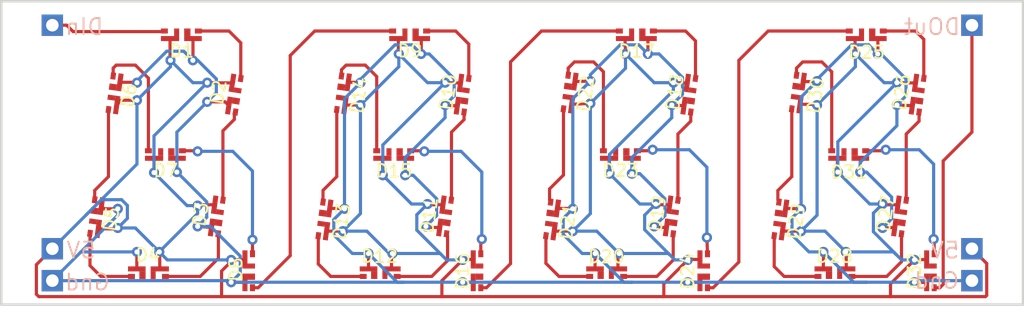
<source format=kicad_pcb>
(kicad_pcb (version 20240108) (generator "pcbnew") (generator_version "8.0")
  (layers (0 "F.Cu" signal) (31 "B.Cu" signal) (34 "B.Paste" user) (35 "F.Paste" user) (36 "B.SilkS" user "B.Silkscreen") (37 "F.SilkS" user "F.Silkscreen") (38 "B.Mask" user) (39 "F.Mask" user) (44 "Edge.Cuts" user))
  (net 0 "")
  (net 1 "GND")
  (net 2 "Net-(D1-DOUT)")
  (net 3 "unconnected-(D1-DIN-Pad3)")
  (net 4 "+5V")
  (net 5 "Net-(D2-DOUT)")
  (net 6 "Net-(D3-DOUT)")
  (net 7 "Net-(D4-DOUT)")
  (net 8 "Net-(D5-DOUT)")
  (net 9 "Net-(D6-DOUT)")
  (net 10 "Net-(D7-DOUT)")
  (net 11 "Net-(D8-DOUT)")
  (net 12 "Net-(D10-DIN)")
  (net 13 "Net-(D10-DOUT)")
  (net 14 "Net-(D11-DOUT)")
  (net 15 "Net-(D12-DOUT)")
  (net 16 "Net-(D13-DOUT)")
  (net 17 "Net-(D14-DOUT)")
  (net 18 "Net-(D15-DOUT)")
  (net 19 "Net-(D16-DOUT)")
  (net 20 "Net-(D17-DOUT)")
  (net 21 "Net-(D18-DOUT)")
  (net 22 "Net-(D19-DOUT)")
  (net 23 "Net-(D20-DOUT)")
  (net 24 "Net-(D21-DOUT)")
  (net 25 "Net-(D22-DOUT)")
  (net 26 "Net-(D23-DOUT)")
  (net 27 "Net-(D24-DOUT)")
  (net 28 "Net-(D25-DOUT)")
  (net 29 "Net-(D26-DOUT)")
  (net 30 "Net-(D27-DOUT)")
  (net 31 "Net-(D28-DOUT)")
  (net 32 "Net-(D29-DOUT)")
  (net 33 "Net-(D30-DOUT)")
  (net 34 "Net-(D31-DOUT)")
  (net 35 "unconnected-(D32-DOUT-Pad2)")
  (footprint "Custom Footprint Library:SK6812-EC3210F" (layer "F.Cu") (at 115.316 82.169 82)
    (property "Reference" "D11")
    (property "Value" "SK6812-EC3210F" (hide yes))
  )
  (footprint "Custom Footprint Library:SK6812-EC3210F" (layer "F.Cu") (at 111.252 77.216 180)
    (property "Reference" "D15")
    (property "Value" "SK6812-EC3210F" (hide yes))
  )
  (footprint "Custom Footprint Library:SK6812-EC3210F" (layer "F.Cu") (at 135.89 86.487 90)
    (property "Reference" "D24")
    (property "Value" "SK6812-EC3210F" (hide yes))
  )
  (footprint "Custom Footprint Library:SK6812-EC3210F" (layer "F.Cu") (at 146.304 86.614)
    (property "Reference" "D28")
    (property "Value" "SK6812-EC3210F" (hide yes))
  )
  (footprint "Custom Footprint Library:SK6812-EC3210F" (layer "F.Cu") (at 123.825 82.354 -98)
    (property "Reference" "D21")
    (property "Value" "SK6812-EC3210F" (hide yes))
  )
  (footprint "" (layer "F.Cu") (at 157.226 84.709)
    (property "Reference" "")
    (property "Value" "")
  )
  (footprint "Custom Footprint Library:SK6812-EC3210F" (layer "F.Cu") (at 147.447 77.216 180)
    (property "Reference" "D31")
    (property "Value" "SK6812-EC3210F" (hide yes))
  )
  (footprint "Custom Footprint Library:SK6812-EC3210F" (layer "F.Cu") (at 143.383 72.263 -98)
    (property "Reference" "D30")
    (property "Value" "SK6812-EC3210F" (hide yes))
  )
  (footprint "Custom Footprint Library:SK6812-EC3210F" (layer "F.Cu") (at 99.695 86.487 90)
    (property "Reference" "D8")
    (property "Value" "SK6812-EC3210F" (hide yes))
  )
  (footprint "Custom Footprint Library:SK6812-EC3210F" (layer "F.Cu") (at 89.027 72.321 -98)
    (property "Reference" "D6")
    (property "Value" "SK6812-EC3210F" (hide yes))
  )
  (footprint "Custom Footprint Library:SK6812-EC3210F" (layer "F.Cu") (at 93.091 77.216 180)
    (property "Reference" "D7")
    (property "Value" "SK6812-EC3210F" (hide yes))
  )
  (footprint "Custom Footprint Library:SK6812-EC3210F" (layer "F.Cu") (at 97.155 82.169 82)
    (property "Reference" "D3")
    (property "Value" "SK6812-EC3210F" (hide yes))
  )
  (footprint "" (layer "F.Cu") (at 157.226 66.929)
    (property "Reference" "")
    (property "Value" "")
  )
  (footprint "" (layer "F.Cu") (at 157.226 87.249)
    (property "Reference" "")
    (property "Value" "")
  )
  (footprint "Custom Footprint Library:SK6812-EC3210F" (layer "F.Cu") (at 87.557 82.169 -98)
    (property "Reference" "D5")
    (property "Value" "SK6812-EC3210F" (hide yes))
  )
  (footprint "" (layer "F.Cu") (at 84.074 66.929)
    (property "Reference" "")
    (property "Value" "")
  )
  (footprint "Custom Footprint Library:SK6812-EC3210F" (layer "F.Cu") (at 116.713 72.481 82)
    (property "Reference" "D10")
    (property "Value" "SK6812-EC3210F" (hide yes))
  )
  (footprint "Custom Footprint Library:SK6812-EC3210F" (layer "F.Cu") (at 152.908 72.481 82)
    (property "Reference" "D26")
    (property "Value" "SK6812-EC3210F" (hide yes))
  )
  (footprint "Custom Footprint Library:SK6812-EC3210F" (layer "F.Cu") (at 129.286 77.216 180)
    (property "Reference" "D23")
    (property "Value" "SK6812-EC3210F" (hide yes))
  )
  (footprint "Custom Footprint Library:SK6812-EC3210F" (layer "F.Cu") (at 91.694 86.614)
    (property "Reference" "D4")
    (property "Value" "SK6812-EC3210F" (hide yes))
  )
  (footprint "Custom Footprint Library:SK6812-EC3210F" (layer "F.Cu") (at 134.747 72.481 82)
    (property "Reference" "D18")
    (property "Value" "SK6812-EC3210F" (hide yes))
  )
  (footprint "Custom Footprint Library:SK6812-EC3210F" (layer "F.Cu") (at 117.856 86.487 90)
    (property "Reference" "D16")
    (property "Value" "SK6812-EC3210F" (hide yes))
  )
  (footprint "Custom Footprint Library:SK6812-EC3210F" (layer "F.Cu") (at 110.128 86.614)
    (property "Reference" "D12")
    (property "Value" "SK6812-EC3210F" (hide yes))
  )
  (footprint "Custom Footprint Library:SK6812-EC3210F" (layer "F.Cu") (at 98.552 72.481 81)
    (property "Reference" "D2")
    (property "Value" "SK6812-EC3210F" (hide yes))
  )
  (footprint "Custom Footprint Library:SK6812-EC3210F" (layer "F.Cu") (at 125.222 72.263 -98)
    (property "Reference" "D22")
    (property "Value" "SK6812-EC3210F" (hide yes))
  )
  (footprint "Custom Footprint Library:SK6812-EC3210F" (layer "F.Cu") (at 112.522 67.691 180)
    (property "Reference" "D9")
    (property "Value" "SK6812-EC3210F" (hide yes))
  )
  (footprint "Custom Footprint Library:SK6812-EC3210F" (layer "F.Cu") (at 151.511 82.169 82)
    (property "Reference" "D27")
    (property "Value" "SK6812-EC3210F" (hide yes))
  )
  (footprint "Custom Footprint Library:SK6812-EC3210F" (layer "F.Cu") (at 107.188 72.321 -98)
    (property "Reference" "D14")
    (property "Value" "SK6812-EC3210F" (hide yes))
  )
  (footprint "Custom Footprint Library:SK6812-EC3210F" (layer "F.Cu") (at 141.986 82.354 -98)
    (property "Reference" "D29")
    (property "Value" "SK6812-EC3210F" (hide yes))
  )
  (footprint "Custom Footprint Library:SK6812-EC3210F" (layer "F.Cu") (at 130.556 67.691 180)
    (property "Reference" "D17")
    (property "Value" "SK6812-EC3210F" (hide yes))
  )
  (footprint "Custom Footprint Library:SK6812-EC3210F" (layer "F.Cu") (at 148.844 67.691 180)
    (property "Reference" "D25")
    (property "Value" "SK6812-EC3210F" (hide yes))
  )
  (footprint "Custom Footprint Library:SK6812-EC3210F" (layer "F.Cu") (at 133.35 82.169 82)
    (property "Reference" "D19")
    (property "Value" "SK6812-EC3210F" (hide yes))
  )
  (footprint "Custom Footprint Library:SK6812-EC3210F" (layer "F.Cu") (at 105.718 82.354 -98)
    (property "Reference" "D13")
    (property "Value" "SK6812-EC3210F" (hide yes))
  )
  (footprint "Custom Footprint Library:SK6812-EC3210F" (layer "F.Cu") (at 128.143 86.614)
    (property "Reference" "D20")
    (property "Value" "SK6812-EC3210F" (hide yes))
  )
  (footprint "Custom Footprint Library:SK6812-EC3210F" (layer "F.Cu") (at 153.924 86.487 90)
    (property "Reference" "D32")
    (property "Value" "SK6812-EC3210F" (hide yes))
  )
  (footprint "Custom Footprint Library:SK6812-EC3210F" (layer "F.Cu") (at 94.361 67.691 180)
    (property "Reference" "D1")
    (property "Value" "SK6812-EC3210F" (hide yes))
  )
  (footprint "" (layer "B.Cu") (at 84.074 87.249 180)
    (property "Reference" "Gnd")
    (property "Value" "")
  )
  (footprint "" (layer "B.Cu") (at 84.074 84.709 180)
    (property "Reference" "5V")
    (property "Value" "")
  )
  (gr_rect (start 80.01 65.024) (end 161.29 89.154) (stroke (width 0.2)) (fill none) (layer "Edge.Cuts"))
  (gr_text "5V" (at 155.067 84.836 0) (layer "B.SilkS") (effects (font (size 1.27 1.27)) (justify mirror)))
  (gr_text "Gnd" (at 154.432 87.249 0) (layer "B.SilkS") (effects (font (size 1.27 1.27)) (justify mirror)))
  (gr_text "DIn" (at 86.614 67.056 0) (layer "B.SilkS") (effects (font (size 1.27 1.27)) (justify mirror)))
  (gr_text "DOut" (at 154.051 67.056 0) (layer "B.SilkS") (effects (font (size 1.27 1.27)) (justify mirror)))
  (segment (start 114.893664 83.018489) (end 113.879489 83.018489) (width 0.25) (layer "F.Cu") (net 1))
  (segment (start 125.446511 81.504511) (end 125.476 81.534) (width 0.25) (layer "F.Cu") (net 1))
  (segment (start 149.744 67.991) (end 149.744 69.204) (width 0.25) (layer "F.Cu") (net 1))
  (segment (start 134.62 87.376) (end 134.631 87.387) (width 0.25) (layer "F.Cu") (net 1))
  (segment (start 108.585 71.501) (end 108.458 71.501) (width 0.25) (layer "F.Cu") (net 1))
  (segment (start 143.805336 71.413511) (end 144.867489 71.413511) (width 0.25) (layer "F.Cu") (net 1))
  (segment (start 124.247336 81.504511) (end 125.446511 81.504511) (width 0.25) (layer "F.Cu") (net 1))
  (segment (start 130.186 78.729) (end 130.175 78.74) (width 0.25) (layer "F.Cu") (net 1))
  (segment (start 90.834489 71.471511) (end 90.902511 71.471511) (width 0.25) (layer "F.Cu") (net 1))
  (segment (start 106.140336 81.504511) (end 107.285511 81.504511) (width 0.25) (layer "F.Cu") (net 1))
  (segment (start 117.556 87.387) (end 116.713 87.376) (width 0.25) (layer "F.Cu") (net 1))
  (segment (start 90.805 71.501) (end 90.834489 71.471511) (width 0.25) (layer "F.Cu") (net 1))
  (segment (start 112.152 77.516) (end 112.152 78.856) (width 0.25) (layer "F.Cu") (net 1))
  (segment (start 145.404 86.314) (end 145.415 84.963) (width 0.25) (layer "F.Cu") (net 1))
  (segment (start 148.336 78.613) (end 148.347 78.602) (width 0.25) (layer "F.Cu") (net 1))
  (segment (start 148.347 77.516) (end 148.336 78.613) (width 0.25) (layer "F.Cu") (net 1))
  (segment (start 95.261 69.712) (end 95.25 69.723) (width 0.25) (layer "F.Cu") (net 1))
  (segment (start 107.610336 71.471511) (end 108.428511 71.471511) (width 0.25) (layer "F.Cu") (net 1))
  (segment (start 88.193825 81.534) (end 89.281 81.534) (width 0.25) (layer "F.Cu") (net 1))
  (segment (start 113.879489 83.018489) (end 113.792 82.931) (width 0.25) (layer "F.Cu") (net 1))
  (segment (start 90.775511 71.471511) (end 90.805 71.501) (width 0.25) (layer "F.Cu") (net 1))
  (segment (start 145.415 84.963) (end 145.404 84.974) (width 0.25) (layer "F.Cu") (net 1))
  (segment (start 132.040489 83.018489) (end 131.953 82.931) (width 0.25) (layer "F.Cu") (net 1))
  (segment (start 99.395 87.387) (end 98.298 87.376) (width 0.25) (layer "F.Cu") (net 1))
  (segment (start 107.285511 81.504511) (end 107.315 81.534) (width 0.25) (layer "F.Cu") (net 1))
  (segment (start 113.422 69.204) (end 113.411 69.215) (width 0.25) (layer "F.Cu") (net 1))
  (segment (start 95.261 67.991) (end 95.261 69.712) (width 0.25) (layer "F.Cu") (net 1))
  (segment (start 152.665 87.387) (end 152.654 87.376) (width 0.25) (layer "F.Cu") (net 1))
  (segment (start 144.867489 71.413511) (end 144.907 71.374) (width 0.25) (layer "F.Cu") (net 1))
  (segment (start 116.713 87.376) (end 116.724 87.387) (width 0.25) (layer "F.Cu") (net 1))
  (segment (start 113.422 67.991) (end 113.422 69.204) (width 0.25) (layer "F.Cu") (net 1))
  (segment (start 151.257 73.279) (end 151.308489 73.330489) (width 0.25) (layer "F.Cu") (net 1))
  (segment (start 142.408336 81.504511) (end 143.637 81.534) (width 0.25) (layer "F.Cu") (net 1))
  (segment (start 152.485664 73.330489) (end 151.257 73.279) (width 0.25) (layer "F.Cu") (net 1))
  (segment (start 150.114 83.058) (end 150.153511 83.018489) (width 0.25) (layer "F.Cu") (net 1))
  (segment (start 135.59 87.387) (end 134.62 87.376) (width 0.25) (layer "F.Cu") (net 1))
  (segment (start 131.445 69.215) (end 131.456 69.204) (width 0.25) (layer "F.Cu") (net 1))
  (segment (start 143.637 81.534) (end 143.607511 81.504511) (width 0.25) (layer "F.Cu") (net 1))
  (segment (start 89.449336 71.471511) (end 90.775511 71.471511) (width 0.25) (layer "F.Cu") (net 1))
  (segment (start 127.243 86.314) (end 127.254 85.09) (width 0.25) (layer "F.Cu") (net 1))
  (segment (start 93.98 77.527) (end 93.991 77.516) (width 0.25) (layer "F.Cu") (net 1))
  (segment (start 95.631 82.931) (end 95.591489 83.018489) (width 0.25) (layer "F.Cu") (net 1))
  (segment (start 153.624 87.387) (end 152.665 87.387) (width 0.25) (layer "F.Cu") (net 1))
  (segment (start 97.816913 73.025) (end 96.393 73.025) (width 0.25) (layer "F.Cu") (net 1))
  (segment (start 131.456 67.991) (end 131.445 69.215) (width 0.25) (layer "F.Cu") (net 1))
  (segment (start 96.732664 83.018489) (end 95.631 82.931) (width 0.25) (layer "F.Cu") (net 1))
  (segment (start 115.367489 73.330489) (end 115.316 73.279) (width 0.25) (layer "F.Cu") (net 1))
  (segment (start 116.290664 73.330489) (end 115.367489 73.330489) (width 0.25) (layer "F.Cu") (net 1))
  (segment (start 127.254 85.09) (end 127.243 85.101) (width 0.25) (layer "F.Cu") (net 1))
  (segment (start 149.744 69.204) (end 149.733 69.215) (width 0.25) (layer "F.Cu") (net 1))
  (segment (start 132.927664 83.018489) (end 132.040489 83.018489) (width 0.25) (layer "F.Cu") (net 1))
  (segment (start 134.324664 73.330489) (end 133.35 73.279) (width 0.25) (layer "F.Cu") (net 1))
  (segment (start 125.644336 71.413511) (end 126.873 71.374) (width 0.25) (layer "F.Cu") (net 1))
  (segment (start 112.152 78.856) (end 112.141 78.867) (width 0.25) (layer "F.Cu") (net 1))
  (segment (start 90.794 86.314) (end 90.794 84.974) (width 0.25) (layer "F.Cu") (net 1))
  (segment (start 151.088664 83.018489) (end 150.114 83.058) (width 0.25) (layer "F.Cu") (net 1))
  (segment (start 108.428511 71.471511) (end 108.585 71.501) (width 0.25) (layer "F.Cu") (net 1))
  (segment (start 133.35 73.279) (end 133.401489 73.330489) (width 0.25) (layer "F.Cu") (net 1))
  (segment (start 98.114902 73.322989) (end 97.816913 73.025) (width 0.25) (layer "F.Cu") (net 1))
  (segment (start 93.98 78.613) (end 93.98 77.527) (width 0.25) (layer "F.Cu") (net 1))
  (segment (start 87.979336 81.319511) (end 88.193825 81.534) (width 0.25) (layer "F.Cu") (net 1))
  (segment (start 109.22 85.09) (end 109.228 85.098) (width 0.25) (layer "F.Cu") (net 1))
  (segment (start 130.186 77.516) (end 130.186 78.729) (width 0.25) (layer "F.Cu") (net 1))
  (segment (start 126.873 71.374) (end 126.833489 71.413511) (width 0.25) (layer "F.Cu") (net 1))
  (segment (start 90.794 84.974) (end 90.805 84.963) (width 0.25) (layer "F.Cu") (net 1))
  (segment (start 98.298 87.376) (end 98.309 87.387) (width 0.25) (layer "F.Cu") (net 1))
  (segment (start 109.228 86.314) (end 109.22 85.09) (width 0.25) (layer "F.Cu") (net 1))
  (via (at 126.873 71.374) (size 0.8) (drill 0.4) (layers "F.Cu" "B.Cu") (net 1))
  (via (at 133.35 73.279) (size 0.8) (drill 0.4) (layers "F.Cu" "B.Cu") (net 1))
  (via (at 127.254 85.09) (size 0.8) (drill 0.4) (layers "F.Cu" "B.Cu") (net 1))
  (via (at 113.411 69.215) (size 0.8) (drill 0.4) (layers "F.Cu" "B.Cu") (net 1))
  (via (at 150.114 83.058) (size 0.8) (drill 0.4) (layers "F.Cu" "B.Cu") (net 1))
  (via (at 134.62 87.376) (size 0.8) (drill 0.4) (layers "F.Cu" "B.Cu") (net 1))
  (via (at 151.257 73.279) (size 0.8) (drill 0.4) (layers "F.Cu" "B.Cu") (net 1))
  (via (at 144.907 71.374) (size 0.8) (drill 0.4) (layers "F.Cu" "B.Cu") (net 1))
  (via (at 93.98 78.613) (size 0.8) (drill 0.4) (layers "F.Cu" "B.Cu") (net 1))
  (via (at 95.631 82.931) (size 0.8) (drill 0.4) (layers "F.Cu" "B.Cu") (net 1))
  (via (at 89.281 81.534) (size 0.8) (drill 0.4) (layers "F.Cu" "B.Cu") (net 1))
  (via (at 131.445 69.215) (size 0.8) (drill 0.4) (layers "F.Cu" "B.Cu") (net 1))
  (via (at 145.415 84.963) (size 0.8) (drill 0.4) (layers "F.Cu" "B.Cu") (net 1))
  (via (at 96.393 73.025) (size 0.8) (drill 0.4) (layers "F.Cu" "B.Cu") (net 1))
  (via (at 131.953 82.931) (size 0.8) (drill 0.4) (layers "F.Cu" "B.Cu") (net 1))
  (via (at 109.22 85.09) (size 0.8) (drill 0.4) (layers "F.Cu" "B.Cu") (net 1))
  (via (at 107.315 81.534) (size 0.8) (drill 0.4) (layers "F.Cu" "B.Cu") (net 1))
  (via (at 143.637 81.534) (size 0.8) (drill 0.4) (layers "F.Cu" "B.Cu") (net 1))
  (via (at 113.792 82.931) (size 0.8) (drill 0.4) (layers "F.Cu" "B.Cu") (net 1))
  (via (at 90.805 71.501) (size 0.8) (drill 0.4) (layers "F.Cu" "B.Cu") (net 1))
  (via (at 130.175 78.74) (size 0.8) (drill 0.4) (layers "F.Cu" "B.Cu") (net 1))
  (via (at 149.733 69.215) (size 0.8) (drill 0.4) (layers "F.Cu" "B.Cu") (net 1))
  (via (at 152.654 87.376) (size 0.8) (drill 0.4) (layers "F.Cu" "B.Cu") (net 1))
  (via (at 148.336 78.613) (size 0.8) (drill 0.4) (layers "F.Cu" "B.Cu") (net 1))
  (via (at 112.141 78.867) (size 0.8) (drill 0.4) (layers "F.Cu" "B.Cu") (net 1))
  (via (at 95.25 69.723) (size 0.8) (drill 0.4) (layers "F.Cu" "B.Cu") (net 1))
  (via (at 108.585 71.501) (size 0.8) (drill 0.4) (layers "F.Cu" "B.Cu") (net 1))
  (via (at 125.476 81.534) (size 0.8) (drill 0.4) (layers "F.Cu" "B.Cu") (net 1))
  (via (at 116.713 87.376) (size 0.8) (drill 0.4) (layers "F.Cu" "B.Cu") (net 1))
  (via (at 115.316 73.279) (size 0.8) (drill 0.4) (layers "F.Cu" "B.Cu") (net 1))
  (via (at 98.298 87.376) (size 0.8) (drill 0.4) (layers "F.Cu" "B.Cu") (net 1))
  (via (at 90.805 84.963) (size 0.8) (drill 0.4) (layers "F.Cu" "B.Cu") (net 1))
  (segment (start 129.54 87.376) (end 130.175 87.376) (width 0.25) (layer "B.Cu") (net 1))
  (segment (start 126.873 70.866) (end 126.873 71.374) (width 0.25) (layer "B.Cu") (net 1))
  (segment (start 116.713 87.376) (end 112.014 87.376) (width 0.25) (layer "B.Cu") (net 1))
  (segment (start 97.118 72.3) (end 96.393 73.025) (width 0.25) (layer "B.Cu") (net 1))
  (segment (start 96.393 73.025) (end 93.98 75.438) (width 0.25) (layer "B.Cu") (net 1))
  (segment (start 142.912 83.612305) (end 142.912 82.259) (width 0.25) (layer "B.Cu") (net 1))
  (segment (start 143.637 72.644) (end 144.907 71.374) (width 0.25) (layer "B.Cu") (net 1))
  (segment (start 94.525 68.998) (end 95.25 69.723) (width 0.25) (layer "B.Cu") (net 1))
  (segment (start 150.839 82.333) (end 150.839 80.608) (width 0.25) (layer "B.Cu") (net 1))
  (segment (start 96.356 82.206) (end 95.631 82.931) (width 0.25) (layer "B.Cu") (net 1))
  (segment (start 107.315 72.771) (end 108.585 71.501) (width 0.25) (layer "B.Cu") (net 1))
  (segment (start 144.262695 84.963) (end 142.912 83.612305) (width 0.25) (layer "B.Cu") (net 1))
  (segment (start 150.114 83.058) (end 150.839 82.333) (width 0.25) (layer "B.Cu") (net 1))
  (segment (start 126.228695 85.09) (end 124.714 83.575305) (width 0.25) (layer "B.Cu") (net 1))
  (segment (start 149.996305 69.215) (end 151.982 71.200695) (width 0.25) (layer "B.Cu") (net 1))
  (segment (start 115.316 74.285695) (end 115.316 73.279) (width 0.25) (layer "B.Cu") (net 1))
  (segment (start 144.907 71.237695) (end 147.654695 68.49) (width 0.25) (layer "B.Cu") (net 1))
  (segment (start 130.72 68.49) (end 129.249 68.49) (width 0.25) (layer "B.Cu") (net 1))
  (segment (start 116.041 71.200695) (end 116.041 72.554) (width 0.25) (layer "B.Cu") (net 1))
  (segment (start 114.055305 69.215) (end 116.041 71.200695) (width 0.25) (layer "B.Cu") (net 1))
  (segment (start 145.415 84.963) (end 144.262695 84.963) (width 0.25) (layer "B.Cu") (net 1))
  (segment (start 86.350694 84.963) (end 86.291847 85.021847) (width 0.25) (layer "B.Cu") (net 1))
  (segment (start 124.714 83.575305) (end 124.714 82.296) (width 0.25) (layer "B.Cu") (net 1))
  (segment (start 96.356 80.979695) (end 96.356 82.206) (width 0.25) (layer "B.Cu") (net 1))
  (segment (start 145.415 84.963) (end 147.828 87.376) (width 0.25) (layer "B.Cu") (net 1))
  (segment (start 107.940695 85.09) (end 106.463 83.612305) (width 0.25) (layer "B.Cu") (net 1))
  (segment (start 113.792 82.931) (end 114.644 82.079) (width 0.25) (layer "B.Cu") (net 1))
  (segment (start 109.22 85.09) (end 107.940695 85.09) (width 0.25) (layer "B.Cu") (net 1))
  (segment (start 96.656305 82.931) (end 99.023 85.297695) (width 0.25) (layer "B.Cu") (net 1))
  (segment (start 144.907 71.374) (end 144.907 71.237695) (width 0.25) (layer "B.Cu") (net 1))
  (segment (start 111.506 87.376) (end 112.014 87.376) (width 0.25) (layer "B.Cu") (net 1))
  (segment (start 130.81 78.74) (end 130.175 78.74) (width 0.25) (layer "B.Cu") (net 1))
  (segment (start 130.175 77.460695) (end 133.35 74.285695) (width 0.25) (layer "B.Cu") (net 1))
  (segment (start 112.776 78.867) (end 112.141 78.867) (width 0.25) (layer "B.Cu") (net 1))
  (segment (start 90.805 84.963) (end 86.350694 84.963) (width 0.25) (layer "B.Cu") (net 1))
  (segment (start 124.714 82.296) (end 125.476 81.534) (width 0.25) (layer "B.Cu") (net 1))
  (segment (start 131.953 82.931) (end 132.805 82.079) (width 0.25) (layer "B.Cu") (net 1))
  (segment (start 147.654695 68.49) (end 149.008 68.49) (width 0.25) (layer "B.Cu") (net 1))
  (segment (start 108.585 71.237695) (end 111.332695 68.49) (width 0.25) (layer "B.Cu") (net 1))
  (segment (start 95.640305 69.723) (end 97.118 71.200695) (width 0.25) (layer "B.Cu") (net 1))
  (segment (start 132.805 80.735) (end 130.81 78.74) (width 0.25) (layer "B.Cu") (net 1))
  (segment (start 90.805 71.364695) (end 93.171695 68.998) (width 0.25) (layer "B.Cu") (net 1))
  (segment (start 131.445 69.215) (end 130.72 68.49) (width 0.25) (layer "B.Cu") (net 1))
  (segment (start 97.118 71.200695) (end 97.118 72.3) (width 0.25) (layer "B.Cu") (net 1))
  (segment (start 111.332695 68.49) (end 112.686 68.49) (width 0.25) (layer "B.Cu") (net 1))
  (segment (start 149.008 68.49) (end 149.733 69.215) (width 0.25) (layer "B.Cu") (net 1))
  (segment (start 130.175 78.74) (end 130.175 77.460695) (width 0.25) (layer "B.Cu") (net 1))
  (segment (start 143.637 81.534) (end 143.637 72.644) (width 0.25) (layer "B.Cu") (net 1))
  (segment (start 84.074 87.239695) (end 86.291847 85.021847) (width 0.25) (layer "B.Cu") (net 1))
  (segment (start 99.023 85.297695) (end 99.023 86.651) (width 0.25) (layer "B.Cu") (net 1))
  (segment (start 126.873 71.374) (end 125.476 72.771) (width 0.25) (layer "B.Cu") (net 1))
  (segment (start 130.175 87.376) (end 116.713 87.376) (width 0.25) (layer "B.Cu") (net 1))
  (segment (start 93.98 78.613) (end 93.989305 78.613) (width 0.25) (layer "B.Cu") (net 1))
  (segment (start 112.141 77.460695) (end 115.316 74.285695) (width 0.25) (layer "B.Cu") (net 1))
  (segment (start 97.917 87.249) (end 84.074 87.249) (width 0.25) (layer "B.Cu") (net 1))
  (segment (start 86.291847 85.021847) (end 89.281 82.032695) (width 0.25) (layer "B.Cu") (net 1))
  (segment (start 114.644 80.735) (end 112.776 78.867) (width 0.25) (layer "B.Cu") (net 1))
  (segment (start 112.141 78.867) (end 112.141 77.460695) (width 0.25) (layer "B.Cu") (net 1))
  (segment (start 134.202 72.427) (end 134.202 71.083) (width 0.25) (layer "B.Cu") (net 1))
  (segment (start 134.62 87.376) (end 130.175 87.376) (width 0.25) (layer "B.Cu") (net 1))
  (segment (start 148.844 78.613) (end 148.336 78.613) (width 0.25) (layer "B.Cu") (net 1))
  (segment (start 129.249 68.49) (end 126.873 70.866) (width 0.25) (layer "B.Cu") (net 1))
  (segment (start 93.98 75.438) (end 93.98 78.613) (width 0.25) (layer "B.Cu") (net 1))
  (segment (start 84.074 87.249) (end 84.074 87.239695) (width 0.25) (layer "B.Cu") (net 1))
  (segment (start 116.041 72.554) (end 115.316 73.279) (width 0.25) (layer "B.Cu") (net 1))
  (segment (start 98.298 87.376) (end 98.044 87.376) (width 0.25) (layer "B.Cu") (net 1))
  (segment (start 152.781 87.249) (end 152.654 87.376) (width 0.25) (layer "B.Cu") (net 1))
  (segment (start 106.463 82.386) (end 107.315 81.534) (width 0.25) (layer "B.Cu") (net 1))
  (segment (start 127.254 85.09) (end 126.228695 85.09) (width 0.25) (layer "B.Cu") (net 1))
  (segment (start 108.585 71.501) (end 108.585 71.237695) (width 0.25) (layer "B.Cu") (net 1))
  (segment (start 157.226 87.249) (end 152.781 87.249) (width 0.25) (layer "B.Cu") (net 1))
  (segment (start 149.733 69.215) (end 149.996305 69.215) (width 0.25) (layer "B.Cu") (net 1))
  (segment (start 151.982 71.200695) (end 151.982 72.554) (width 0.25) (layer "B.Cu") (net 1))
  (segment (start 151.257 73.279) (end 151.257 74.920695) (width 0.25) (layer "B.Cu") (net 1))
  (segment (start 134.202 71.083) (end 132.334 69.215) (width 0.25) (layer "B.Cu") (net 1))
  (segment (start 132.334 69.215) (end 131.445 69.215) (width 0.25) (layer "B.Cu") (net 1))
  (segment (start 112.686 68.49) (end 113.411 69.215) (width 0.25) (layer "B.Cu") (net 1))
  (segment (start 148.336 77.841695) (end 148.336 78.613) (width 0.25) (layer "B.Cu") (net 1))
  (segment (start 93.989305 78.613) (end 96.356 80.979695) (width 0.25) (layer "B.Cu") (net 1))
  (segment (start 113.411 69.215) (end 114.055305 69.215) (width 0.25) (layer "B.Cu") (net 1))
  (segment (start 109.22 85.09) (end 111.506 87.376) (width 0.25) (layer "B.Cu") (net 1))
  (segment (start 142.912 82.259) (end 143.637 81.534) (width 0.25) (layer "B.Cu") (net 1))
  (segment (start 151.982 72.554) (end 151.257 73.279) (width 0.25) (layer "B.Cu") (net 1))
  (segment (start 90.805 71.501) (end 90.805 71.364695) (width 0.25) (layer "B.Cu") (net 1))
  (segment (start 148.844 87.376) (end 134.62 87.376) (width 0.25) (layer "B.Cu") (net 1))
  (segment (start 147.828 87.376) (end 148.844 87.376) (width 0.25) (layer "B.Cu") (net 1))
  (segment (start 133.35 73.279) (end 134.202 72.427) (width 0.25) (layer "B.Cu") (net 1))
  (segment (start 112.014 87.376) (end 98.298 87.376) (width 0.25) (layer "B.Cu") (net 1))
  (segment (start 89.281 82.032695) (end 89.281 81.534) (width 0.25) (layer "B.Cu") (net 1))
  (segment (start 107.315 81.534) (end 107.315 72.771) (width 0.25) (layer "B.Cu") (net 1))
  (segment (start 95.631 82.931) (end 96.656305 82.931) (width 0.25) (layer "B.Cu") (net 1))
  (segment (start 93.171695 68.998) (end 94.525 68.998) (width 0.25) (layer "B.Cu") (net 1))
  (segment (start 152.654 87.376) (end 148.844 87.376) (width 0.25) (layer "B.Cu") (net 1))
  (segment (start 132.805 82.079) (end 132.805 80.735) (width 0.25) (layer "B.Cu") (net 1))
  (segment (start 98.044 87.376) (end 97.917 87.249) (width 0.25) (layer "B.Cu") (net 1))
  (segment (start 127.254 85.09) (end 129.54 87.376) (width 0.25) (layer "B.Cu") (net 1))
  (segment (start 114.644 82.079) (end 114.644 80.735) (width 0.25) (layer "B.Cu") (net 1))
  (segment (start 151.257 74.920695) (end 148.336 77.841695) (width 0.25) (layer "B.Cu") (net 1))
  (segment (start 133.35 74.285695) (end 133.35 73.279) (width 0.25) (layer "B.Cu") (net 1))
  (segment (start 150.839 80.608) (end 148.844 78.613) (width 0.25) (layer "B.Cu") (net 1))
  (segment (start 125.476 72.771) (end 125.476 81.534) (width 0.25) (layer "B.Cu") (net 1))
  (segment (start 99.023 86.651) (end 98.298 87.376) (width 0.25) (layer "B.Cu") (net 1))
  (segment (start 95.25 69.723) (end 95.640305 69.723) (width 0.25) (layer "B.Cu") (net 1))
  (segment (start 106.463 83.612305) (end 106.463 82.386) (width 0.25) (layer "B.Cu") (net 1))
  (segment (start 98.125 67.391) (end 99.063404 68.329404) (width 0.25) (layer "F.Cu") (net 2))
  (segment (start 99.063404 68.329404) (end 99.063404 71.169859) (width 0.25) (layer "F.Cu") (net 2))
  (segment (start 95.686 67.391) (end 98.125 67.391) (width 0.25) (layer "F.Cu") (net 2))
  (segment (start 85.725 67.437) (end 92.94 67.437) (width 0.25) (layer "F.Cu") (net 3))
  (segment (start 84.074 66.929) (end 85.217 66.929) (width 0.25) (layer "F.Cu") (net 3))
  (segment (start 85.217 66.929) (end 85.725 67.437) (width 0.25) (layer "F.Cu") (net 3))
  (segment (start 92.94 67.437) (end 92.986 67.391) (width 0.25) (layer "F.Cu") (net 3))
  (segment (start 132.13825 81.21125) (end 132.08 81.153) (width 0.25) (layer "F.Cu") (net 4))
  (segment (start 110.363 78.867) (end 110.327 78.831) (width 0.25) (layer "F.Cu") (net 4))
  (segment (start 135.59 85.562) (end 134.656 85.562) (width 0.25) (layer "F.Cu") (net 4))
  (segment (start 98.298 85.725) (end 97.536 86.487) (width 0.25) (layer "F.Cu") (net 4))
  (segment (start 108.58475 73.27875) (end 108.585 73.279) (width 0.25) (layer "F.Cu") (net 4))
  (segment (start 147.919 67.991) (end 147.955 69.215) (width 0.25) (layer "F.Cu") (net 4))
  (segment (start 97.536 88.519) (end 82.994 88.519) (width 0.25) (layer "F.Cu") (net 4))
  (segment (start 123.993345 83.31175) (end 125.47575 83.31175) (width 0.25) (layer "F.Cu") (net 4))
  (segment (start 142.154345 83.31175) (end 143.63675 83.31175) (width 0.25) (layer "F.Cu") (net 4))
  (segment (start 147.229 86.314) (end 147.229 84.999) (width 0.25) (layer "F.Cu") (net 4))
  (segment (start 150.17225 81.21125) (end 150.114 81.153) (width 0.25) (layer "F.Cu") (net 4))
  (segment (start 158.401 85.884) (end 158.401 88.424) (width 0.25) (layer "F.Cu") (net 4))
  (segment (start 111.597 69.052) (end 111.633 69.215) (width 0.25) (layer "F.Cu") (net 4))
  (segment (start 146.522 78.577) (end 146.558 78.613) (width 0.25) (layer "F.Cu") (net 4))
  (segment (start 133.477 71.501) (end 133.49925 71.52325) (width 0.25) (layer "F.Cu") (net 4))
  (segment (start 147.955 69.215) (end 147.919 69.179) (width 0.25) (layer "F.Cu") (net 4))
  (segment (start 144.84875 73.22075) (end 144.907 73.279) (width 0.25) (layer "F.Cu") (net 4))
  (segment (start 151.257 71.501) (end 151.27925 71.52325) (width 0.25) (layer "F.Cu") (net 4))
  (segment (start 128.397 78.74) (end 128.361 78.704) (width 0.25) (layer "F.Cu") (net 4))
  (segment (start 96.986655 81.21125) (end 95.69975 81.21125) (width 0.25) (layer "F.Cu") (net 4))
  (segment (start 98.298 85.598) (end 98.298 85.725) (width 0.25) (layer "F.Cu") (net 4))
  (segment (start 111.633 69.215) (end 111.633 69.088) (width 0.25) (layer "F.Cu") (net 4))
  (segment (start 99.395 85.562) (end 98.298 85.598) (width 0.25) (layer "F.Cu") (net 4))
  (segment (start 89.576095 72.898) (end 90.805 72.898) (width 0.25) (layer "F.Cu") (net 4))
  (segment (start 115.062 87.249) (end 115.062 88.519) (width 0.25) (layer "F.Cu") (net 4))
  (segment (start 98.400395 71.520458) (end 96.393 71.501) (width 0.25) (layer "F.Cu") (net 4))
  (segment (start 115.316 71.501) (end 115.33825 71.52325) (width 0.25) (layer "F.Cu") (net 4))
  (segment (start 134.656 85.562) (end 134.62 85.598) (width 0.25) (layer "F.Cu") (net 4))
  (segment (start 92.160529 77.521471) (end 92.160529 78.654471) (width 0.25) (layer "F.Cu") (net 4))
  (segment (start 92.583 85.09) (end 92.583 84.963) (width 0.25) (layer "F.Cu") (net 4))
  (segment (start 107.356345 73.27875) (end 108.58475 73.27875) (width 0.25) (layer "F.Cu") (net 4))
  (segment (start 128.361 77.516) (end 128.397 78.74) (width 0.25) (layer "F.Cu") (net 4))
  (segment (start 110.327 77.516) (end 110.363 78.867) (width 0.25) (layer "F.Cu") (net 4))
  (segment (start 87.725345 83.12675) (end 89.21225 83.12675) (width 0.25) (layer "F.Cu") (net 4))
  (segment (start 125.47575 83.31175) (end 125.476 83.312) (width 0.25) (layer "F.Cu") (net 4))
  (segment (start 150.749 88.519) (end 132.715 88.519) (width 0.25) (layer "F.Cu") (net 4))
  (segment (start 146.522 77.516) (end 146.522 78.577) (width 0.25) (layer "F.Cu") (net 4))
  (segment (start 150.749 87.503) (end 150.749 88.519) (width 0.25) (layer "F.Cu") (net 4))
  (segment (start 143.63675 83.31175) (end 143.637 83.312) (width 0.25) (layer "F.Cu") (net 4))
  (segment (start 151.342655 81.21125) (end 150.17225 81.21125) (width 0.25) (layer "F.Cu") (net 4))
  (segment (start 82.994 88.519) (end 82.804 88.329) (width 0.25) (layer "F.Cu") (net 4))
  (segment (start 98.298 85.598) (end 98.334 85.562) (width 0.25) (layer "F.Cu") (net 4))
  (segment (start 129.068 85.181) (end 129.159 85.09) (width 0.25) (layer "F.Cu") (net 4))
  (segment (start 152.739655 71.52325) (end 151.257 71.501) (width 0.25) (layer "F.Cu") (net 4))
  (segment (start 129.667 69.215) (end 129.631 69.179) (width 0.25) (layer "F.Cu") (net 4))
  (segment (start 129.068 86.314) (end 129.068 85.181) (width 0.25) (layer "F.Cu") (net 4))
  (segment (start 107.188 83.312) (end 107.18775 83.31175) (width 0.25) (layer "F.Cu") (net 4))
  (segment (start 92.619 86.314) (end 92.619 85.054) (width 0.25) (layer "F.Cu") (net 4))
  (segment (start 143.551345 73.22075) (end 144.84875 73.22075) (width 0.25) (layer "F.Cu") (net 4))
  (segment (start 115.147655 81.21125) (end 113.97725 81.21125) (width 0.25) (layer "F.Cu") (net 4))
  (segment (start 115.062 88.519) (end 97.536 88.519) (width 0.25) (layer "F.Cu") (net 4))
  (segment (start 158.401 88.424) (end 158.306 88.519) (width 0.25) (layer "F.Cu") (net 4))
  (segment (start 152.654 85.598) (end 150.749 87.503) (width 0.25) (layer "F.Cu") (net 4))
  (segment (start 92.583 84.963) (end 92.71 84.963) (width 0.25) (layer "F.Cu") (net 4))
  (segment (start 158.306 88.519) (end 150.749 88.519) (width 0.25) (layer "F.Cu") (net 4))
  (segment (start 92.71 84.963) (end 92.71 84.963) (width 0.25) (layer "F.Cu") (net 4))
  (segment (start 82.804 88.329) (end 82.804 85.979) (width 0.25) (layer "F.Cu") (net 4))
  (segment (start 82.804 85.979) (end 84.074 84.709) (width 0.25) (layer "F.Cu") (net 4))
  (segment (start 132.715 88.519) (end 115.062 88.519) (width 0.25) (layer "F.Cu") (net 4))
  (segment (start 126.873 73.152) (end 126.80425 73.22075) (width 0.25) (layer "F.Cu") (net 4))
  (segment (start 92.619 85.054) (end 92.583 85.09) (width 0.25) (layer "F.Cu") (net 4))
  (segment (start 89.195345 73.27875) (end 89.576095 72.898) (width 0.25) (layer "F.Cu") (net 4))
  (segment (start 134.62 85.598) (end 132.715 87.503) (width 0.25) (layer "F.Cu") (net 4))
  (segment (start 89.21225 83.12675) (end 89.281 83.058) (width 0.25) (layer "F.Cu") (net 4))
  (segment (start 152.654 85.598) (end 152.69 85.562) (width 0.25) (layer "F.Cu") (net 4))
  (segment (start 92.166 77.516) (end 92.160529 77.521471) (width 0.25) (layer "F.Cu") (net 4))
  (segment (start 113.97725 81.21125) (end 113.919 81.153) (width 0.25) (layer "F.Cu") (net 4))
  (segment (start 147.229 84.999) (end 147.193 84.963) (width 0.25) (layer "F.Cu") (net 4))
  (segment (start 111.597 67.991) (end 111.597 69.052) (width 0.25) (layer "F.Cu") (net 4))
  (segment (start 117.556 85.562) (end 116.749 85.562) (width 0.25) (layer "F.Cu") (net 4))
  (segment (start 93.436 69.687) (end 93.472 69.723) (width 0.25) (layer "F.Cu") (net 4))
  (segment (start 157.226 84.709) (end 158.401 85.884) (width 0.25) (layer "F.Cu") (net 4))
  (segment (start 96.393 71.501) (end 96.412458 71.520458) (width 0.25) (layer "F.Cu") (net 4))
  (segment (start 105.886345 83.31175) (end 107.188 83.312) (width 0.25) (layer "F.Cu") (net 4))
  (segment (start 116.544655 71.52325) (end 115.316 71.501) (width 0.25) (layer "F.Cu") (net 4))
  (segment (start 134.578655 71.52325) (end 133.477 71.501) (width 0.25) (layer "F.Cu") (net 4))
  (segment (start 97.536 86.487) (end 97.536 88.519) (width 0.25) (layer "F.Cu") (net 4))
  (segment (start 116.749 85.562) (end 116.713 85.598) (width 0.25) (layer "F.Cu") (net 4))
  (segment (start 93.436 67.991) (end 93.436 69.687) (width 0.25) (layer "F.Cu") (net 4))
  (segment (start 129.631 67.991) (end 129.667 69.215) (width 0.25) (layer "F.Cu") (net 4))
  (segment (start 153.624 85.562) (end 152.654 85.598) (width 0.25) (layer "F.Cu") (net 4))
  (segment (start 133.181655 81.21125) (end 132.13825 81.21125) (width 0.25) (layer "F.Cu") (net 4))
  (segment (start 116.713 85.598) (end 115.062 87.249) (width 0.25) (layer "F.Cu") (net 4))
  (segment (start 111.053 85.162) (end 111.125 85.09) (width 0.25) (layer "F.Cu") (net 4))
  (segment (start 95.69975 81.21125) (end 95.631 81.28) (width 0.25) (layer "F.Cu") (net 4))
  (segment (start 111.053 86.314) (end 111.053 85.162) (width 0.25) (layer "F.Cu") (net 4))
  (segment (start 132.715 87.503) (end 132.715 88.519) (width 0.25) (layer "F.Cu") (net 4))
  (segment (start 125.390345 73.22075) (end 126.873 73.152) (width 0.25) (layer "F.Cu") (net 4))
  (via (at 143.637 83.312) (size 0.8) (drill 0.4) (layers "F.Cu" "B.Cu") (net 4))
  (via (at 98.298 85.598) (size 0.8) (drill 0.4) (layers "F.Cu" "B.Cu") (net 4))
  (via (at 116.713 85.598) (size 0.8) (drill 0.4) (layers "F.Cu" "B.Cu") (net 4))
  (via (at 147.193 84.963) (size 0.8) (drill 0.4) (layers "F.Cu" "B.Cu") (net 4))
  (via (at 115.316 71.501) (size 0.8) (drill 0.4) (layers "F.Cu" "B.Cu") (net 4))
  (via (at 107.188 83.312) (size 0.8) (drill 0.4) (layers "F.Cu" "B.Cu") (net 4))
  (via (at 110.363 78.867) (size 0.8) (drill 0.4) (layers "F.Cu" "B.Cu") (net 4))
  (via (at 108.585 73.279) (size 0.8) (drill 0.4) (layers "F.Cu" "B.Cu") (net 4))
  (via (at 151.257 71.501) (size 0.8) (drill 0.4) (layers "F.Cu" "B.Cu") (net 4))
  (via (at 90.805 72.898) (size 0.8) (drill 0.4) (layers "F.Cu" "B.Cu") (net 4))
  (via (at 92.583 84.963) (size 0.8) (drill 0.4) (layers "F.Cu" "B.Cu") (net 4))
  (via (at 146.558 78.613) (size 0.8) (drill 0.4) (layers "F.Cu" "B.Cu") (net 4))
  (via (at 128.397 78.74) (size 0.8) (drill 0.4) (layers "F.Cu" "B.Cu") (net 4))
  (via (at 134.62 85.598) (size 0.8) (drill 0.4) (layers "F.Cu" "B.Cu") (net 4))
  (via (at 152.654 85.598) (size 0.8) (drill 0.4) (layers "F.Cu" "B.Cu") (net 4))
  (via (at 150.114 81.153) (size 0.8) (drill 0.4) (layers "F.Cu" "B.Cu") (net 4))
  (via (at 95.631 81.28) (size 0.8) (drill 0.4) (layers "F.Cu" "B.Cu") (net 4))
  (via (at 133.477 71.501) (size 0.8) (drill 0.4) (layers "F.Cu" "B.Cu") (net 4))
  (via (at 113.919 81.153) (size 0.8) (drill 0.4) (layers "F.Cu" "B.Cu") (net 4))
  (via (at 132.08 81.153) (size 0.8) (drill 0.4) (layers "F.Cu" "B.Cu") (net 4))
  (via (at 93.472 69.723) (size 0.8) (drill 0.4) (layers "F.Cu" "B.Cu") (net 4))
  (via (at 125.476 83.312) (size 0.8) (drill 0.4) (layers "F.Cu" "B.Cu") (net 4))
  (via (at 111.633 69.215) (size 0.8) (drill 0.4) (layers "F.Cu" "B.Cu") (net 4))
  (via (at 126.873 73.152) (size 0.8) (drill 0.4) (layers "F.Cu" "B.Cu") (net 4))
  (via (at 129.159 85.09) (size 0.8) (drill 0.4) (layers "F.Cu" "B.Cu") (net 4))
  (via (at 89.281 83.058) (size 0.8) (drill 0.4) (layers "F.Cu" "B.Cu") (net 4))
  (via (at 96.393 71.501) (size 0.8) (drill 0.4) (layers "F.Cu" "B.Cu") (net 4))
  (via (at 147.955 69.215) (size 0.8) (drill 0.4) (layers "F.Cu" "B.Cu") (net 4))
  (via (at 144.907 73.279) (size 0.8) (drill 0.4) (layers "F.Cu" "B.Cu") (net 4))
  (via (at 92.160529 78.654471) (size 0.8) (drill 0.4) (layers "F.Cu" "B.Cu") (net 4))
  (via (at 111.125 85.09) (size 0.8) (drill 0.4) (layers "F.Cu" "B.Cu") (net 4))
  (via (at 129.667 69.215) (size 0.8) (drill 0.4) (layers "F.Cu" "B.Cu") (net 4))
  (segment (start 90.043 82.296) (end 89.281 83.058) (width 0.25) (layer "B.Cu") (net 4))
  (segment (start 95.631 81.905695) (end 95.631 81.28) (width 0.25) (layer "B.Cu") (net 4))
  (segment (start 90.678 83.058) (end 92.583 84.963) (width 0.25) (layer "B.Cu") (net 4))
  (segment (start 152.654 85.598) (end 151.628695 85.598) (width 0.25) (layer "B.Cu") (net 4))
  (segment (start 126.873 81.915) (end 126.873 73.152) (width 0.25) (layer "B.Cu") (net 4))
  (segment (start 128.397 78.74) (end 128.397 77.206695) (width 0.25) (layer "B.Cu") (net 4))
  (segment (start 115.316 71.501) (end 113.919 71.501) (width 0.25) (layer "B.Cu") (net 4))
  (segment (start 151.257 71.501) (end 146.558 76.2) (width 0.25) (layer "B.Cu") (net 4))
  (segment (start 110.363 78.867) (end 110.363 76.454) (width 0.25) (layer "B.Cu") (net 4))
  (segment (start 111.125 85.09) (end 110.871 85.09) (width 0.25) (layer "B.Cu") (net 4))
  (segment (start 150.114 81.153) (end 149.098 81.153) (width 0.25) (layer "B.Cu") (net 4))
  (segment (start 131.953 71.501) (end 129.667 69.215) (width 0.25) (layer "B.Cu") (net 4))
  (segment (start 149.389 81.878) (end 150.114 81.153) (width 0.25) (layer "B.Cu") (net 4))
  (segment (start 127.381 83.312) (end 129.159 85.09) (width 0.25) (layer "B.Cu") (net 4))
  (segment (start 113.067 83.231305) (end 113.067 82.005) (width 0.25) (layer "B.Cu") (net 4))
  (segment (start 133.086694 85.09) (end 133.154847 85.158153) (width 0.25) (layer "B.Cu") (net 4))
  (segment (start 147.955 70.231) (end 144.907 73.279) (width 0.25) (layer "B.Cu") (net 4))
  (segment (start 147.193 84.963) (end 150.993696 84.963) (width 0.25) (layer "B.Cu") (net 4))
  (segment (start 130.81 81.153) (end 128.397 78.74) (width 0.25) (layer "B.Cu") (net 4))
  (segment (start 87.974 80.809) (end 89.581305 80.809) (width 0.25) (layer "B.Cu") (net 4))
  (segment (start 151.628695 85.598) (end 151.188848 85.158152) (width 0.25) (layer "B.Cu") (net 4))
  (segment (start 133.477 71.501) (end 131.953 71.501) (width 0.25) (layer "B.Cu") (net 4))
  (segment (start 90.805 77.978) (end 90.805 72.898) (width 0.25) (layer "B.Cu") (net 4))
  (segment (start 111.633 70.231) (end 108.585 73.279) (width 0.25) (layer "B.Cu") (net 4))
  (segment (start 84.074 84.709) (end 86.741 82.042) (width 0.25) (layer "B.Cu") (net 4))
  (segment (start 113.919 81.153) (end 112.649 81.153) (width 0.25) (layer "B.Cu") (net 4))
  (segment (start 113.919 71.501) (end 111.633 69.215) (width 0.25) (layer "B.Cu") (net 4))
  (segment (start 107.188 83.312) (end 108.585 81.915) (width 0.25) (layer "B.Cu") (net 4))
  (segment (start 133.154847 85.158153) (end 133.594695 85.598) (width 0.25) (layer "B.Cu") (net 4))
  (segment (start 129.667 70.358) (end 126.873 73.152) (width 0.25) (layer "B.Cu") (net 4))
  (segment (start 110.871 85.09) (end 109.093 83.312) (width 0.25) (layer "B.Cu") (net 4))
  (segment (start 145.542 83.312) (end 143.637 83.312) (width 0.25) (layer "B.Cu") (net 4))
  (segment (start 131.191 82.042) (end 131.191 83.194305) (width 0.25) (layer "B.Cu") (net 4))
  (segment (start 146.558 76.2) (end 146.558 78.613) (width 0.25) (layer "B.Cu") (net 4))
  (segment (start 96.393 71.501) (end 92.160529 75.733471) (width 0.25) (layer "B.Cu") (net 4))
  (segment (start 132.08 81.153) (end 131.191 82.042) (width 0.25) (layer "B.Cu") (net 4))
  (segment (start 108.585 81.915) (end 108.585 73.279) (width 0.25) (layer "B.Cu") (net 4))
  (segment (start 93.472 70.231) (end 93.472 69.723) (width 0.25) (layer "B.Cu") (net 4))
  (segment (start 111.633 69.215) (end 111.633 70.231) (width 0.25) (layer "B.Cu") (net 4))
  (segment (start 114.930347 85.094653) (end 113.067 83.231305) (width 0.25) (layer "B.Cu") (net 4))
  (segment (start 143.637 83.312) (end 144.907 82.042) (width 0.25) (layer "B.Cu") (net 4))
  (segment (start 89.581305 80.809) (end 90.043 81.270695) (width 0.25) (layer "B.Cu") (net 4))
  (segment (start 93.218 85.598) (end 98.298 85.598) (width 0.25) (layer "B.Cu") (net 4))
  (segment (start 93.472 69.723) (end 95.25 71.501) (width 0.25) (layer "B.Cu") (net 4))
  (segment (start 131.191 83.194305) (end 133.154847 85.158153) (width 0.25) (layer "B.Cu") (net 4))
  (segment (start 149.389 83.358305) (end 149.389 81.878) (width 0.25) (layer "B.Cu") (net 4))
  (segment (start 86.741 82.042) (end 90.805 77.978) (width 0.25) (layer "B.Cu") (net 4))
  (segment (start 86.741 82.042) (end 87.974 80.809) (width 0.25) (layer "B.Cu") (net 4))
  (segment (start 150.993696 84.963) (end 151.188848 85.158152) (width 0.25) (layer "B.Cu") (net 4))
  (segment (start 151.188848 85.158152) (end 149.389 83.358305) (width 0.25) (layer "B.Cu") (net 4))
  (segment (start 133.594695 85.598) (end 134.62 85.598) (width 0.25) (layer "B.Cu") (net 4))
  (segment (start 149.098 81.153) (end 146.558 78.613) (width 0.25) (layer "B.Cu") (net 4))
  (segment (start 109.093 83.312) (end 107.188 83.312) (width 0.25) (layer "B.Cu") (net 4))
  (segment (start 110.363 76.454) (end 115.316 71.501) (width 0.25) (layer "B.Cu") (net 4))
  (segment (start 113.067 82.005) (end 113.919 81.153) (width 0.25) (layer "B.Cu") (net 4))
  (segment (start 114.925694 85.09) (end 114.930347 85.094653) (width 0.25) (layer "B.Cu") (net 4))
  (segment (start 129.159 85.09) (end 133.086694 85.09) (width 0.25) (layer "B.Cu") (net 4))
  (segment (start 89.281 83.058) (end 90.678 83.058) (width 0.25) (layer "B.Cu") (net 4))
  (segment (start 112.649 81.153) (end 110.363 78.867) (width 0.25) (layer "B.Cu") (net 4))
  (segment (start 144.907 82.042) (end 144.907 73.279) (width 0.25) (layer "B.Cu") (net 4))
  (segment (start 92.583 84.963) (end 93.218 85.598) (width 0.25) (layer "B.Cu") (net 4))
  (segment (start 90.805 72.898) (end 93.472 70.231) (width 0.25) (layer "B.Cu") (net 4))
  (segment (start 95.25 71.501) (end 96.393 71.501) (width 0.25) (layer "B.Cu") (net 4))
  (segment (start 115.433695 85.598) (end 114.930347 85.094653) (width 0.25) (layer "B.Cu") (net 4))
  (segment (start 90.043 81.270695) (end 90.043 82.296) (width 0.25) (layer "B.Cu") (net 4))
  (segment (start 147.955 69.215) (end 147.955 70.231) (width 0.25) (layer "B.Cu") (net 4))
  (segment (start 128.397 77.206695) (end 133.477 72.126695) (width 0.25) (layer "B.Cu") (net 4))
  (segment (start 147.193 84.963) (end 145.542 83.312) (width 0.25) (layer "B.Cu") (net 4))
  (segment (start 92.583 84.963) (end 92.583 84.953695) (width 0.25) (layer "B.Cu") (net 4))
  (segment (start 94.786058 81.28) (end 92.160529 78.654471) (width 0.25) (layer "B.Cu") (net 4))
  (segment (start 92.160529 75.733471) (end 92.160529 78.654471) (width 0.25) (layer "B.Cu") (net 4))
  (segment (start 116.713 85.598) (end 115.433695 85.598) (width 0.25) (layer "B.Cu") (net 4))
  (segment (start 125.476 83.312) (end 126.873 81.915) (width 0.25) (layer "B.Cu") (net 4))
  (segment (start 129.667 69.215) (end 129.667 70.358) (width 0.25) (layer "B.Cu") (net 4))
  (segment (start 92.583 84.953695) (end 95.631 81.905695) (width 0.25) (layer "B.Cu") (net 4))
  (segment (start 147.955 69.215) (end 150.241 71.501) (width 0.25) (layer "B.Cu") (net 4))
  (segment (start 133.477 72.126695) (end 133.477 71.501) (width 0.25) (layer "B.Cu") (net 4))
  (segment (start 95.631 81.28) (end 94.786058 81.28) (width 0.25) (layer "B.Cu") (net 4))
  (segment (start 132.08 81.153) (end 130.81 81.153) (width 0.25) (layer "B.Cu") (net 4))
  (segment (start 125.476 83.312) (end 127.381 83.312) (width 0.25) (layer "B.Cu") (net 4))
  (segment (start 111.125 85.09) (end 114.925694 85.09) (width 0.25) (layer "B.Cu") (net 4))
  (segment (start 150.241 71.501) (end 151.257 71.501) (width 0.25) (layer "B.Cu") (net 4))
  (segment (start 98.552 74.422) (end 97.643443 75.330557) (width 0.25) (layer "F.Cu") (net 5))
  (segment (start 97.643443 75.330557) (end 97.643443 80.849133) (width 0.25) (layer "F.Cu") (net 5))
  (segment (start 98.552 73.925648) (end 98.552 74.422) (width 0.25) (layer "F.Cu") (net 5))
  (segment (start 98.641031 73.836617) (end 98.552 73.925648) (width 0.25) (layer "F.Cu") (net 5))
  (segment (start 97.282 85.471) (end 97.282 83.537181) (width 0.25) (layer "F.Cu") (net 6))
  (segment (start 95.839 86.914) (end 97.282 85.471) (width 0.25) (layer "F.Cu") (net 6))
  (segment (start 93.069 86.914) (end 95.839 86.914) (width 0.25) (layer "F.Cu") (net 6))
  (segment (start 97.282 83.537181) (end 97.267676 83.522857) (width 0.25) (layer "F.Cu") (net 6))
  (segment (start 87.93 86.914) (end 87.068557 86.052557) (width 0.25) (layer "F.Cu") (net 7))
  (segment (start 90.369 86.914) (end 87.93 86.914) (width 0.25) (layer "F.Cu") (net 7))
  (segment (start 87.068557 86.052557) (end 87.068557 83.488867) (width 0.25) (layer "F.Cu") (net 7))
  (segment (start 87.444324 80.068676) (end 88.538557 78.974443) (width 0.25) (layer "F.Cu") (net 8))
  (segment (start 87.444324 80.815143) (end 87.444324 80.068676) (width 0.25) (layer "F.Cu") (net 8))
  (segment (start 88.538557 78.974443) (end 88.538557 73.640867) (width 0.25) (layer "F.Cu") (net 8))
  (segment (start 89.154 70.104) (end 88.914324 70.343676) (width 0.25) (layer "F.Cu") (net 9))
  (segment (start 91.716 71.142) (end 90.678 70.104) (width 0.25) (layer "F.Cu") (net 9))
  (segment (start 90.678 70.104) (end 89.154 70.104) (width 0.25) (layer "F.Cu") (net 9))
  (segment (start 91.716 76.916) (end 91.716 71.142) (width 0.25) (layer "F.Cu") (net 9))
  (segment (start 88.914324 70.343676) (end 88.914324 70.967143) (width 0.25) (layer "F.Cu") (net 9))
  (segment (start 99.995 85.112) (end 99.995 83.993) (width 0.25) (layer "F.Cu") (net 10))
  (segment (start 95.631 76.962) (end 95.585 76.916) (width 0.25) (layer "F.Cu") (net 10))
  (segment (start 94.416 76.916) (end 95.585 76.916) (width 0.25) (layer "F.Cu") (net 10))
  (via (at 99.995 83.993) (size 0.8) (drill 0.4) (layers "F.Cu" "B.Cu") (net 10))
  (via (at 95.631 76.962) (size 0.8) (drill 0.4) (layers "F.Cu" "B.Cu") (net 10))
  (segment (start 99.995 78.532) (end 99.995 83.993) (width 0.25) (layer "B.Cu") (net 10))
  (segment (start 98.425 76.962) (end 99.995 78.532) (width 0.25) (layer "B.Cu") (net 10))
  (segment (start 95.631 76.962) (end 98.425 76.962) (width 0.25) (layer "B.Cu") (net 10))
  (segment (start 100.445 87.812) (end 102.997 85.26) (width 0.25) (layer "F.Cu") (net 11))
  (segment (start 104.948 67.391) (end 111.147 67.391) (width 0.25) (layer "F.Cu") (net 11))
  (segment (start 102.997 69.342) (end 104.948 67.391) (width 0.25) (layer "F.Cu") (net 11))
  (segment (start 102.997 85.26) (end 102.997 69.342) (width 0.25) (layer "F.Cu") (net 11))
  (segment (start 99.995 87.812) (end 100.445 87.812) (width 0.25) (layer "F.Cu") (net 11))
  (segment (start 116.159 67.391) (end 117.201443 68.433443) (width 0.25) (layer "F.Cu") (net 12))
  (segment (start 113.847 67.391) (end 116.159 67.391) (width 0.25) (layer "F.Cu") (net 12))
  (segment (start 117.201443 68.433443) (end 117.201443 71.161133) (width 0.25) (layer "F.Cu") (net 12))
  (segment (start 116.825676 74.436324) (end 115.824 75.438) (width 0.25) (layer "F.Cu") (net 13))
  (segment (start 115.824 80.829576) (end 115.804443 80.849133) (width 0.25) (layer "F.Cu") (net 13))
  (segment (start 116.825676 73.834857) (end 116.825676 74.436324) (width 0.25) (layer "F.Cu") (net 13))
  (segment (start 115.824 75.438) (end 115.824 80.829576) (width 0.25) (layer "F.Cu") (net 13))
  (segment (start 114.254 86.914) (end 115.514139 85.653861) (width 0.25) (layer "F.Cu") (net 14))
  (segment (start 115.514139 85.653861) (end 115.514139 83.679287) (width 0.25) (layer "F.Cu") (net 14))
  (segment (start 111.503 86.914) (end 114.254 86.914) (width 0.25) (layer "F.Cu") (net 14))
  (segment (start 105.229557 85.925557) (end 105.229557 83.673867) (width 0.25) (layer "F.Cu") (net 15))
  (segment (start 106.218 86.914) (end 105.229557 85.925557) (width 0.25) (layer "F.Cu") (net 15))
  (segment (start 108.803 86.914) (end 106.218 86.914) (width 0.25) (layer "F.Cu") (net 15))
  (segment (start 105.605324 81.000143) (end 105.605324 80.068676) (width 0.25) (layer "F.Cu") (net 16))
  (segment (start 106.699557 78.974443) (end 106.699557 73.640867) (width 0.25) (layer "F.Cu") (net 16))
  (segment (start 105.605324 80.068676) (end 106.699557 78.974443) (width 0.25) (layer "F.Cu") (net 16))
  (segment (start 108.966 70.104) (end 109.877 71.015) (width 0.25) (layer "F.Cu") (net 17))
  (segment (start 107.075324 70.470676) (end 107.442 70.104) (width 0.25) (layer "F.Cu") (net 17))
  (segment (start 107.442 70.104) (end 108.966 70.104) (width 0.25) (layer "F.Cu") (net 17))
  (segment (start 109.877 71.015) (end 109.877 76.916) (width 0.25) (layer "F.Cu") (net 17))
  (segment (start 107.075324 70.967143) (end 107.075324 70.470676) (width 0.25) (layer "F.Cu") (net 17))
  (segment (start 118.156 85.112) (end 118.156 84.028) (width 0.25) (layer "F.Cu") (net 18))
  (segment (start 112.577 76.916) (end 113.619 76.916) (width 0.25) (layer "F.Cu") (net 18))
  (segment (start 118.156 84.028) (end 118.237 83.947) (width 0.25) (layer "F.Cu") (net 18))
  (segment (start 113.619 76.916) (end 113.665 76.962) (width 0.25) (layer "F.Cu") (net 18))
  (via (at 118.237 83.947) (size 0.8) (drill 0.4) (layers "F.Cu" "B.Cu") (net 18))
  (via (at 113.665 76.962) (size 0.8) (drill 0.4) (layers "F.Cu" "B.Cu") (net 18))
  (segment (start 118.237 83.947) (end 118.237 78.613) (width 0.25) (layer "B.Cu") (net 18))
  (segment (start 118.237 78.613) (end 116.586 76.962) (width 0.25) (layer "B.Cu") (net 18))
  (segment (start 116.586 76.962) (end 113.665 76.962) (width 0.25) (layer "B.Cu") (net 18))
  (segment (start 122.982 67.391) (end 129.181 67.391) (width 0.25) (layer "F.Cu") (net 19))
  (segment (start 120.523 85.895) (end 120.523 69.85) (width 0.25) (layer "F.Cu") (net 19))
  (segment (start 118.606 87.812) (end 120.523 85.895) (width 0.25) (layer "F.Cu") (net 19))
  (segment (start 118.156 87.812) (end 118.606 87.812) (width 0.25) (layer "F.Cu") (net 19))
  (segment (start 120.523 69.85) (end 122.982 67.391) (width 0.25) (layer "F.Cu") (net 19))
  (segment (start 131.881 67.391) (end 134.447 67.391) (width 0.25) (layer "F.Cu") (net 20))
  (segment (start 135.235443 68.179443) (end 135.235443 71.161133) (width 0.25) (layer "F.Cu") (net 20))
  (segment (start 134.447 67.391) (end 135.235443 68.179443) (width 0.25) (layer "F.Cu") (net 20))
  (segment (start 134.859676 74.563324) (end 133.838443 75.584557) (width 0.25) (layer "F.Cu") (net 21))
  (segment (start 133.838443 75.584557) (end 133.838443 80.849133) (width 0.25) (layer "F.Cu") (net 21))
  (segment (start 134.859676 73.834857) (end 134.859676 74.563324) (width 0.25) (layer "F.Cu") (net 21))
  (segment (start 133.462676 83.522857) (end 133.462676 85.612324) (width 0.25) (layer "F.Cu") (net 22))
  (segment (start 132.161 86.914) (end 129.518 86.914) (width 0.25) (layer "F.Cu") (net 22))
  (segment (start 133.462676 85.612324) (end 132.161 86.914) (width 0.25) (layer "F.Cu") (net 22))
  (segment (start 123.336557 85.871557) (end 123.336557 83.673867) (width 0.25) (layer "F.Cu") (net 23))
  (segment (start 126.818 86.914) (end 124.379 86.914) (width 0.25) (layer "F.Cu") (net 23))
  (segment (start 124.379 86.914) (end 123.336557 85.871557) (width 0.25) (layer "F.Cu") (net 23))
  (segment (start 123.626861 79.954139) (end 123.626861 80.843713) (width 0.25) (layer "F.Cu") (net 24))
  (segment (start 124.733557 73.582867) (end 124.733557 78.847443) (width 0.25) (layer "F.Cu") (net 24))
  (segment (start 124.733557 78.847443) (end 123.626861 79.954139) (width 0.25) (layer "F.Cu") (net 24))
  (segment (start 127.911 70.634) (end 127.911 76.916) (width 0.25) (layer "F.Cu") (net 25))
  (segment (start 125.109324 70.909143) (end 125.109324 70.343676) (width 0.25) (layer "F.Cu") (net 25))
  (segment (start 125.603 69.85) (end 127.127 69.85) (width 0.25) (layer "F.Cu") (net 25))
  (segment (start 125.109324 70.343676) (end 125.603 69.85) (width 0.25) (layer "F.Cu") (net 25))
  (segment (start 127.127 69.85) (end 127.911 70.634) (width 0.25) (layer "F.Cu") (net 25))
  (segment (start 130.611 76.916) (end 131.745 76.916) (width 0.25) (layer "F.Cu") (net 26))
  (segment (start 136.144 83.82) (end 136.19 83.866) (width 0.25) (layer "F.Cu") (net 26))
  (segment (start 136.19 85.112) (end 136.144 83.82) (width 0.25) (layer "F.Cu") (net 26))
  (segment (start 131.745 76.916) (end 131.826 76.835) (width 0.25) (layer "F.Cu") (net 26))
  (via (at 136.144 83.82) (size 0.8) (drill 0.4) (layers "F.Cu" "B.Cu") (net 26))
  (via (at 131.826 76.835) (size 0.8) (drill 0.4) (layers "F.Cu" "B.Cu") (net 26))
  (via (at 136.144 83.82) (size 0.8) (drill 0.4) (layers "F.Cu" "B.Cu") (net 26))
  (segment (start 134.747 76.835) (end 131.826 76.835) (width 0.25) (layer "B.Cu") (net 26))
  (segment (start 136.144 78.232) (end 134.747 76.835) (width 0.25) (layer "B.Cu") (net 26))
  (segment (start 136.144 83.82) (end 136.144 78.232) (width 0.25) (layer "B.Cu") (net 26))
  (segment (start 136.19 87.812) (end 136.64 87.812) (width 0.25) (layer "F.Cu") (net 27))
  (segment (start 138.684 85.768) (end 138.684 69.723) (width 0.25) (layer "F.Cu") (net 27))
  (segment (start 136.64 87.812) (end 138.684 85.768) (width 0.25) (layer "F.Cu") (net 27))
  (segment (start 141.016 67.391) (end 147.469 67.391) (width 0.25) (layer "F.Cu") (net 27))
  (segment (start 138.684 69.723) (end 141.016 67.391) (width 0.25) (layer "F.Cu") (net 27))
  (segment (start 152.735 67.391) (end 153.396443 68.052443) (width 0.25) (layer "F.Cu") (net 28))
  (segment (start 153.396443 68.052443) (end 153.396443 71.161133) (width 0.25) (layer "F.Cu") (net 28))
  (segment (start 150.169 67.391) (end 152.735 67.391) (width 0.25) (layer "F.Cu") (net 28))
  (segment (start 153.020676 73.834857) (end 153.020676 74.563324) (width 0.25) (layer "F.Cu") (net 29))
  (segment (start 153.020676 74.563324) (end 151.999443 75.584557) (width 0.25) (layer "F.Cu") (net 29))
  (segment (start 151.999443 75.584557) (end 151.999443 80.849133) (width 0.25) (layer "F.Cu") (net 29))
  (segment (start 150.449 86.914) (end 147.679 86.914) (width 0.25) (layer "F.Cu") (net 30))
  (segment (start 151.623676 85.739324) (end 150.449 86.914) (width 0.25) (layer "F.Cu") (net 30))
  (segment (start 151.623676 83.522857) (end 151.623676 85.739324) (width 0.25) (layer "F.Cu") (net 30))
  (segment (start 142.286 86.914) (end 141.497557 86.125557) (width 0.25) (layer "F.Cu") (net 31))
  (segment (start 144.979 86.914) (end 142.286 86.914) (width 0.25) (layer "F.Cu") (net 31))
  (segment (start 141.497557 86.125557) (end 141.497557 83.673867) (width 0.25) (layer "F.Cu") (net 31))
  (segment (start 142.894557 78.974443) (end 141.787861 80.081139) (width 0.25) (layer "F.Cu") (net 32))
  (segment (start 142.894557 73.582867) (end 142.894557 78.974443) (width 0.25) (layer "F.Cu") (net 32))
  (segment (start 141.787861 80.081139) (end 141.787861 80.843713) (width 0.25) (layer "F.Cu") (net 32))
  (segment (start 143.764 69.85) (end 145.288 69.85) (width 0.25) (layer "F.Cu") (net 33))
  (segment (start 146.072 70.634) (end 146.072 76.916) (width 0.25) (layer "F.Cu") (net 33))
  (segment (start 143.270324 70.343676) (end 143.764 69.85) (width 0.25) (layer "F.Cu") (net 33))
  (segment (start 145.288 69.85) (end 146.072 70.634) (width 0.25) (layer "F.Cu") (net 33))
  (segment (start 143.270324 70.909143) (end 143.270324 70.343676) (width 0.25) (layer "F.Cu") (net 33))
  (segment (start 148.772 76.916) (end 150.287 76.916) (width 0.25) (layer "F.Cu") (net 34))
  (segment (start 150.287 76.916) (end 150.368 76.835) (width 0.25) (layer "F.Cu") (net 34))
  (segment (start 154.224 83.993) (end 154.178 83.947) (width 0.25) (layer "F.Cu") (net 34))
  (segment (start 154.224 85.112) (end 154.224 83.993) (width 0.25) (layer "F.Cu") (net 34))
  (via (at 154.178 83.947) (size 0.8) (drill 0.4) (layers "F.Cu" "B.Cu") (net 34))
  (via (at 154.178 83.947) (size 0.8) (drill 0.4) (layers "F.Cu" "B.Cu") (net 34))
  (via (at 150.368 76.835) (size 0.8) (drill 0.4) (layers "F.Cu" "B.Cu") (net 34))
  (segment (start 154.178 83.947) (end 154.178 77.978) (width 0.25) (layer "B.Cu") (net 34))
  (segment (start 153.035 76.835) (end 150.368 76.835) (width 0.25) (layer "B.Cu") (net 34))
  (segment (start 154.178 77.978) (end 153.035 76.835) (width 0.25) (layer "B.Cu") (net 34))
  (segment (start 154.674 87.812) (end 154.94 87.546) (width 0.25) (layer "F.Cu") (net 35))
  (segment (start 157.226 75.438) (end 157.226 66.929) (width 0.25) (layer "F.Cu") (net 35))
  (segment (start 154.224 87.812) (end 154.674 87.812) (width 0.25) (layer "F.Cu") (net 35))
  (segment (start 154.94 77.724) (end 157.226 75.438) (width 0.25) (layer "F.Cu") (net 35))
  (segment (start 154.94 87.546) (end 154.94 77.724) (width 0.25) (layer "F.Cu") (net 35))
)
</source>
